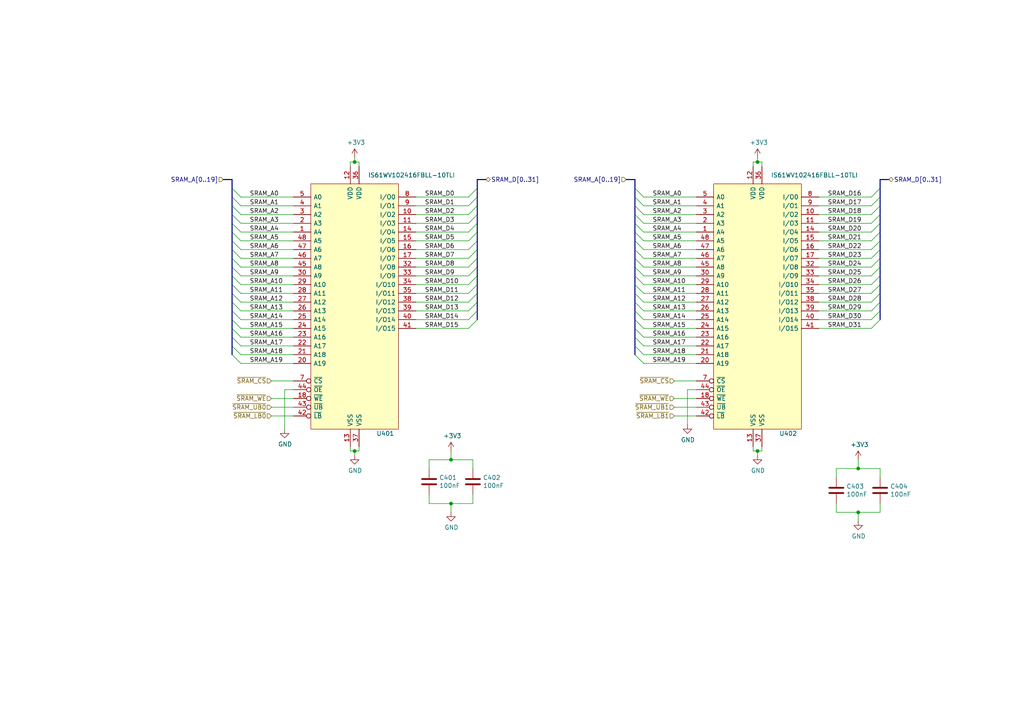
<source format=kicad_sch>
(kicad_sch (version 20211123) (generator eeschema)
  (paper "A4")
  (lib_symbols
    (symbol "Ddraig:IS61WV102416FBLL-10TLI" (pin_names (offset 0.762))
      (property "Reference" "U" (at 26.67 7.62 0))
      (property "Value" "IS61WV102416FBLL-10TLI" (at 26.67 5.08 0))
      (symbol "IS61WV102416FBLL-10TLI_0_0"
        (pin input line (at -17.78 20.32 0) (length 5.08) (name "A4") (number "1"))
        (pin bidirectional line (at 17.78 25.4 180) (length 5.08) (name "I/O2") (number "10"))
        (pin bidirectional line (at 17.78 22.86 180) (length 5.08) (name "I/O3") (number "11"))
        (pin power_in line (at -1.27 39.37 270) (length 5.08) (name "VDD") (number "12"))
        (pin power_in line (at -1.27 -41.91 90) (length 5.08) (name "VSS") (number "13"))
        (pin bidirectional line (at 17.78 20.32 180) (length 5.08) (name "I/O4") (number "14"))
        (pin bidirectional line (at 17.78 17.78 180) (length 5.08) (name "I/O5") (number "15"))
        (pin bidirectional line (at 17.78 15.24 180) (length 5.08) (name "I/O6") (number "16"))
        (pin bidirectional line (at 17.78 12.7 180) (length 5.08) (name "I/O7") (number "17"))
        (pin input inverted (at -17.78 -27.94 0) (length 5.08) (name "~{WE}") (number "18"))
        (pin no_connect line (at 17.78 -25.4 180) (length 5.08) hide (name "NC_2") (number "19"))
        (pin input line (at -17.78 22.86 0) (length 5.08) (name "A3") (number "2"))
        (pin input line (at -17.78 -17.78 0) (length 5.08) (name "A19") (number "20"))
        (pin input line (at -17.78 -15.24 0) (length 5.08) (name "A18") (number "21"))
        (pin input line (at -17.78 -12.7 0) (length 5.08) (name "A17") (number "22"))
        (pin input line (at -17.78 -10.16 0) (length 5.08) (name "A16") (number "23"))
        (pin input line (at -17.78 -7.62 0) (length 5.08) (name "A15") (number "24"))
        (pin input line (at -17.78 -5.08 0) (length 5.08) (name "A14") (number "25"))
        (pin input line (at -17.78 -2.54 0) (length 5.08) (name "A13") (number "26"))
        (pin input line (at -17.78 0 0) (length 5.08) (name "A12") (number "27"))
        (pin input line (at -17.78 2.54 0) (length 5.08) (name "A11") (number "28"))
        (pin input line (at -17.78 5.08 0) (length 5.08) (name "A10") (number "29"))
        (pin input line (at -17.78 25.4 0) (length 5.08) (name "A2") (number "3"))
        (pin input line (at -17.78 7.62 0) (length 5.08) (name "A9") (number "30"))
        (pin no_connect line (at 17.78 -27.94 180) (length 5.08) hide (name "NC_3") (number "31"))
        (pin bidirectional line (at 17.78 10.16 180) (length 5.08) (name "I/O8") (number "32"))
        (pin bidirectional line (at 17.78 7.62 180) (length 5.08) (name "I/O9") (number "33"))
        (pin bidirectional line (at 17.78 5.08 180) (length 5.08) (name "I/O10") (number "34"))
        (pin bidirectional line (at 17.78 2.54 180) (length 5.08) (name "I/O11") (number "35"))
        (pin power_in line (at 1.27 39.37 270) (length 5.08) (name "VDD") (number "36"))
        (pin power_in line (at 1.27 -41.91 90) (length 5.08) (name "VSS") (number "37"))
        (pin bidirectional line (at 17.78 0 180) (length 5.08) (name "I/O12") (number "38"))
        (pin bidirectional line (at 17.78 -2.54 180) (length 5.08) (name "I/O13") (number "39"))
        (pin input line (at -17.78 27.94 0) (length 5.08) (name "A1") (number "4"))
        (pin bidirectional line (at 17.78 -5.08 180) (length 5.08) (name "I/O14") (number "40"))
        (pin bidirectional line (at 17.78 -7.62 180) (length 5.08) (name "I/O15") (number "41"))
        (pin input inverted (at -17.78 -33.02 0) (length 5.08) (name "~{LB}") (number "42"))
        (pin input inverted (at -17.78 -30.48 0) (length 5.08) (name "~{UB}") (number "43"))
        (pin input inverted (at -17.78 -25.4 0) (length 5.08) (name "~{OE}") (number "44"))
        (pin input line (at -17.78 10.16 0) (length 5.08) (name "A8") (number "45"))
        (pin input line (at -17.78 12.7 0) (length 5.08) (name "A7") (number "46"))
        (pin input line (at -17.78 15.24 0) (length 5.08) (name "A6") (number "47"))
        (pin input line (at -17.78 17.78 0) (length 5.08) (name "A5") (number "48"))
        (pin input line (at -17.78 30.48 0) (length 5.08) (name "A0") (number "5"))
        (pin no_connect line (at 17.78 -22.86 180) (length 5.08) hide (name "NC_1") (number "6"))
        (pin input inverted (at -17.78 -22.86 0) (length 5.08) (name "~{CS}") (number "7"))
        (pin bidirectional line (at 17.78 30.48 180) (length 5.08) (name "I/O0") (number "8"))
        (pin bidirectional line (at 17.78 27.94 180) (length 5.08) (name "I/O1") (number "9"))
      )
      (symbol "IS61WV102416FBLL-10TLI_0_1"
        (rectangle (start -12.7 34.29) (end 12.7 -36.83) (fill (type background)))
      )
    )
    (symbol "Device:C" (pin_numbers hide) (pin_names (offset 0.254))
      (property "Reference" "C" (at 0.635 2.54 0))
      (property "Value" "C" (at 0.635 -2.54 0))
      (symbol "C_0_1"
        (polyline (pts (xy -2.032 -0.762) (xy 2.032 -0.762)) (stroke (width 0.508)))
        (polyline (pts (xy -2.032 0.762) (xy 2.032 0.762)) (stroke (width 0.508)))
      )
      (symbol "C_1_1"
        (pin passive line (at 0 3.81 270) (length 2.794) (name "~") (number "1"))
        (pin passive line (at 0 -3.81 90) (length 2.794) (name "~") (number "2"))
      )
    )
    (symbol "power:+3.3V" (power) (pin_names (offset 0))
      (property "Value" "+3.3V" (at 0 3.556 0))
      (symbol "+3.3V_0_1"
        (polyline (pts (xy -0.762 1.27) (xy 0 2.54)))
        (polyline (pts (xy 0 0) (xy 0 2.54)))
        (polyline (pts (xy 0 2.54) (xy 0.762 1.27)))
      )
      (symbol "+3.3V_1_1"
        (pin power_in line (at 0 0 90) (length 0) hide (name "+3V3") (number "1"))
      )
    )
    (symbol "power:+3V3" (power) (pin_names (offset 0))
      (property "Value" "+3V3" (at 0 3.556 0))
      (symbol "+3V3_0_1"
        (polyline (pts (xy -0.762 1.27) (xy 0 2.54)))
        (polyline (pts (xy 0 0) (xy 0 2.54)))
        (polyline (pts (xy 0 2.54) (xy 0.762 1.27)))
      )
      (symbol "+3V3_1_1"
        (pin power_in line (at 0 0 90) (length 0) hide (name "+3V3") (number "1"))
      )
    )
    (symbol "power:GND" (power) (pin_names (offset 0))
      (property "Value" "GND" (at 0 -3.81 0))
      (symbol "GND_0_1"
        (polyline (pts (xy 0 0) (xy 0 -1.27) (xy 1.27 -1.27) (xy 0 -2.54) (xy -1.27 -1.27) (xy 0 -1.27)))
      )
      (symbol "GND_1_1"
        (pin power_in line (at 0 0 270) (length 0) hide (name "GND") (number "1"))
      )
    )
  )
  (junction (at 248.92 135.89))
  (junction (at 219.71 130.81))
  (junction (at 219.71 46.99))
  (junction (at 130.81 133.35))
  (junction (at 102.87 130.81))
  (junction (at 248.92 148.59))
  (junction (at 130.81 146.05))
  (junction (at 102.87 46.99))
  (bus_entry (at 67.31 90.17) (size 2.54 2.54))
  (bus_entry (at 255.27 54.61) (size -2.54 2.54))
  (bus_entry (at 138.43 67.31) (size -2.54 2.54))
  (bus_entry (at 138.43 87.63) (size -2.54 2.54))
  (bus_entry (at 138.43 80.01) (size -2.54 2.54))
  (bus_entry (at 138.43 54.61) (size -2.54 2.54))
  (bus_entry (at 138.43 92.71) (size -2.54 2.54))
  (bus_entry (at 184.15 72.39) (size 2.54 2.54))
  (bus_entry (at 184.15 90.17) (size 2.54 2.54))
  (bus_entry (at 255.27 92.71) (size -2.54 2.54))
  (bus_entry (at 255.27 64.77) (size -2.54 2.54))
  (bus_entry (at 184.15 95.25) (size 2.54 2.54))
  (bus_entry (at 138.43 57.15) (size -2.54 2.54))
  (bus_entry (at 67.31 69.85) (size 2.54 2.54))
  (bus_entry (at 67.31 87.63) (size 2.54 2.54))
  (bus_entry (at 67.31 54.61) (size 2.54 2.54))
  (bus_entry (at 184.15 57.15) (size 2.54 2.54))
  (bus_entry (at 184.15 59.69) (size 2.54 2.54))
  (bus_entry (at 184.15 74.93) (size 2.54 2.54))
  (bus_entry (at 184.15 97.79) (size 2.54 2.54))
  (bus_entry (at 67.31 85.09) (size 2.54 2.54))
  (bus_entry (at 184.15 67.31) (size 2.54 2.54))
  (bus_entry (at 184.15 87.63) (size 2.54 2.54))
  (bus_entry (at 138.43 62.23) (size -2.54 2.54))
  (bus_entry (at 184.15 80.01) (size 2.54 2.54))
  (bus_entry (at 67.31 80.01) (size 2.54 2.54))
  (bus_entry (at 184.15 69.85) (size 2.54 2.54))
  (bus_entry (at 184.15 82.55) (size 2.54 2.54))
  (bus_entry (at 184.15 100.33) (size 2.54 2.54))
  (bus_entry (at 67.31 57.15) (size 2.54 2.54))
  (bus_entry (at 255.27 67.31) (size -2.54 2.54))
  (bus_entry (at 67.31 77.47) (size 2.54 2.54))
  (bus_entry (at 138.43 90.17) (size -2.54 2.54))
  (bus_entry (at 67.31 97.79) (size 2.54 2.54))
  (bus_entry (at 255.27 74.93) (size -2.54 2.54))
  (bus_entry (at 67.31 74.93) (size 2.54 2.54))
  (bus_entry (at 67.31 64.77) (size 2.54 2.54))
  (bus_entry (at 255.27 87.63) (size -2.54 2.54))
  (bus_entry (at 138.43 77.47) (size -2.54 2.54))
  (bus_entry (at 67.31 102.87) (size 2.54 2.54))
  (bus_entry (at 255.27 85.09) (size -2.54 2.54))
  (bus_entry (at 184.15 85.09) (size 2.54 2.54))
  (bus_entry (at 255.27 82.55) (size -2.54 2.54))
  (bus_entry (at 67.31 59.69) (size 2.54 2.54))
  (bus_entry (at 255.27 57.15) (size -2.54 2.54))
  (bus_entry (at 138.43 72.39) (size -2.54 2.54))
  (bus_entry (at 67.31 92.71) (size 2.54 2.54))
  (bus_entry (at 67.31 82.55) (size 2.54 2.54))
  (bus_entry (at 67.31 62.23) (size 2.54 2.54))
  (bus_entry (at 67.31 67.31) (size 2.54 2.54))
  (bus_entry (at 184.15 77.47) (size 2.54 2.54))
  (bus_entry (at 138.43 64.77) (size -2.54 2.54))
  (bus_entry (at 138.43 59.69) (size -2.54 2.54))
  (bus_entry (at 184.15 54.61) (size 2.54 2.54))
  (bus_entry (at 255.27 90.17) (size -2.54 2.54))
  (bus_entry (at 184.15 102.87) (size 2.54 2.54))
  (bus_entry (at 184.15 64.77) (size 2.54 2.54))
  (bus_entry (at 138.43 85.09) (size -2.54 2.54))
  (bus_entry (at 67.31 95.25) (size 2.54 2.54))
  (bus_entry (at 138.43 69.85) (size -2.54 2.54))
  (bus_entry (at 67.31 100.33) (size 2.54 2.54))
  (bus_entry (at 255.27 59.69) (size -2.54 2.54))
  (bus_entry (at 138.43 82.55) (size -2.54 2.54))
  (bus_entry (at 138.43 74.93) (size -2.54 2.54))
  (bus_entry (at 184.15 92.71) (size 2.54 2.54))
  (bus_entry (at 67.31 72.39) (size 2.54 2.54))
  (bus_entry (at 255.27 77.47) (size -2.54 2.54))
  (bus_entry (at 255.27 72.39) (size -2.54 2.54))
  (bus_entry (at 255.27 69.85) (size -2.54 2.54))
  (bus_entry (at 255.27 80.01) (size -2.54 2.54))
  (bus_entry (at 184.15 62.23) (size 2.54 2.54))
  (bus_entry (at 255.27 62.23) (size -2.54 2.54))
  (wire (pts (xy 137.16 135.89) (xy 137.16 133.35)))
  (wire (pts (xy 242.57 148.59) (xy 248.92 148.59)))
  (bus (pts (xy 184.15 57.15) (xy 184.15 59.69)))
  (bus (pts (xy 255.27 54.61) (xy 255.27 57.15)))
  (bus (pts (xy 184.15 62.23) (xy 184.15 64.77)))
  (wire (pts (xy 201.93 113.03) (xy 199.39 113.03)))
  (wire (pts (xy 201.93 118.11) (xy 195.58 118.11)))
  (bus (pts (xy 184.15 92.71) (xy 184.15 95.25)))
  (bus (pts (xy 255.27 57.15) (xy 255.27 59.69)))
  (wire (pts (xy 237.49 59.69) (xy 252.73 59.69)))
  (wire (pts (xy 120.65 72.39) (xy 135.89 72.39)))
  (wire (pts (xy 201.93 92.71) (xy 186.69 92.71)))
  (bus (pts (xy 184.15 97.79) (xy 184.15 100.33)))
  (wire (pts (xy 85.09 92.71) (xy 69.85 92.71)))
  (bus (pts (xy 255.27 59.69) (xy 255.27 62.23)))
  (wire (pts (xy 248.92 133.35) (xy 248.92 135.89)))
  (bus (pts (xy 255.27 64.77) (xy 255.27 67.31)))
  (wire (pts (xy 120.65 77.47) (xy 135.89 77.47)))
  (bus (pts (xy 184.15 52.07) (xy 184.15 54.61)))
  (wire (pts (xy 85.09 120.65) (xy 78.74 120.65)))
  (bus (pts (xy 67.31 52.07) (xy 67.31 54.61)))
  (bus (pts (xy 184.15 74.93) (xy 184.15 77.47)))
  (wire (pts (xy 255.27 146.05) (xy 255.27 148.59)))
  (bus (pts (xy 255.27 82.55) (xy 255.27 85.09)))
  (wire (pts (xy 120.65 69.85) (xy 135.89 69.85)))
  (bus (pts (xy 67.31 67.31) (xy 67.31 69.85)))
  (bus (pts (xy 255.27 62.23) (xy 255.27 64.77)))
  (bus (pts (xy 138.43 74.93) (xy 138.43 77.47)))
  (wire (pts (xy 104.14 46.99) (xy 104.14 48.26)))
  (wire (pts (xy 130.81 146.05) (xy 137.16 146.05)))
  (bus (pts (xy 138.43 87.63) (xy 138.43 90.17)))
  (wire (pts (xy 201.93 64.77) (xy 186.69 64.77)))
  (wire (pts (xy 101.6 130.81) (xy 102.87 130.81)))
  (wire (pts (xy 120.65 64.77) (xy 135.89 64.77)))
  (wire (pts (xy 85.09 110.49) (xy 78.74 110.49)))
  (bus (pts (xy 67.31 85.09) (xy 67.31 87.63)))
  (wire (pts (xy 201.93 69.85) (xy 186.69 69.85)))
  (bus (pts (xy 138.43 67.31) (xy 138.43 69.85)))
  (wire (pts (xy 237.49 82.55) (xy 252.73 82.55)))
  (wire (pts (xy 201.93 72.39) (xy 186.69 72.39)))
  (wire (pts (xy 85.09 62.23) (xy 69.85 62.23)))
  (wire (pts (xy 137.16 133.35) (xy 130.81 133.35)))
  (bus (pts (xy 138.43 52.07) (xy 138.43 54.61)))
  (wire (pts (xy 85.09 77.47) (xy 69.85 77.47)))
  (bus (pts (xy 255.27 77.47) (xy 255.27 80.01)))
  (wire (pts (xy 201.93 57.15) (xy 186.69 57.15)))
  (wire (pts (xy 220.98 130.81) (xy 220.98 129.54)))
  (wire (pts (xy 201.93 80.01) (xy 186.69 80.01)))
  (wire (pts (xy 120.65 92.71) (xy 135.89 92.71)))
  (bus (pts (xy 67.31 95.25) (xy 67.31 97.79)))
  (bus (pts (xy 184.15 82.55) (xy 184.15 85.09)))
  (bus (pts (xy 184.15 59.69) (xy 184.15 62.23)))
  (wire (pts (xy 201.93 77.47) (xy 186.69 77.47)))
  (wire (pts (xy 219.71 45.72) (xy 219.71 46.99)))
  (wire (pts (xy 102.87 45.72) (xy 102.87 46.99)))
  (wire (pts (xy 104.14 130.81) (xy 104.14 129.54)))
  (bus (pts (xy 184.15 72.39) (xy 184.15 74.93)))
  (wire (pts (xy 101.6 129.54) (xy 101.6 130.81)))
  (bus (pts (xy 138.43 77.47) (xy 138.43 80.01)))
  (wire (pts (xy 199.39 113.03) (xy 199.39 123.19)))
  (bus (pts (xy 184.15 100.33) (xy 184.15 102.87)))
  (wire (pts (xy 201.93 87.63) (xy 186.69 87.63)))
  (wire (pts (xy 120.65 95.25) (xy 135.89 95.25)))
  (bus (pts (xy 255.27 74.93) (xy 255.27 77.47)))
  (wire (pts (xy 242.57 146.05) (xy 242.57 148.59)))
  (bus (pts (xy 67.31 64.77) (xy 67.31 67.31)))
  (bus (pts (xy 67.31 87.63) (xy 67.31 90.17)))
  (bus (pts (xy 255.27 69.85) (xy 255.27 72.39)))
  (bus (pts (xy 184.15 67.31) (xy 184.15 69.85)))
  (bus (pts (xy 184.15 52.07) (xy 181.61 52.07)))
  (bus (pts (xy 138.43 82.55) (xy 138.43 85.09)))
  (bus (pts (xy 67.31 59.69) (xy 67.31 62.23)))
  (wire (pts (xy 124.46 146.05) (xy 130.81 146.05)))
  (wire (pts (xy 85.09 80.01) (xy 69.85 80.01)))
  (bus (pts (xy 184.15 90.17) (xy 184.15 92.71)))
  (bus (pts (xy 67.31 100.33) (xy 67.31 102.87)))
  (wire (pts (xy 219.71 46.99) (xy 220.98 46.99)))
  (wire (pts (xy 120.65 67.31) (xy 135.89 67.31)))
  (wire (pts (xy 248.92 151.13) (xy 248.92 148.59)))
  (wire (pts (xy 85.09 82.55) (xy 69.85 82.55)))
  (bus (pts (xy 67.31 74.93) (xy 67.31 77.47)))
  (wire (pts (xy 237.49 67.31) (xy 252.73 67.31)))
  (wire (pts (xy 85.09 102.87) (xy 69.85 102.87)))
  (bus (pts (xy 67.31 62.23) (xy 67.31 64.77)))
  (wire (pts (xy 248.92 135.89) (xy 242.57 135.89)))
  (wire (pts (xy 120.65 90.17) (xy 135.89 90.17)))
  (wire (pts (xy 130.81 130.81) (xy 130.81 133.35)))
  (wire (pts (xy 85.09 115.57) (xy 78.74 115.57)))
  (wire (pts (xy 218.44 46.99) (xy 219.71 46.99)))
  (wire (pts (xy 85.09 87.63) (xy 69.85 87.63)))
  (bus (pts (xy 67.31 90.17) (xy 67.31 92.71)))
  (bus (pts (xy 67.31 77.47) (xy 67.31 80.01)))
  (wire (pts (xy 124.46 143.51) (xy 124.46 146.05)))
  (bus (pts (xy 67.31 69.85) (xy 67.31 72.39)))
  (wire (pts (xy 120.65 85.09) (xy 135.89 85.09)))
  (wire (pts (xy 102.87 46.99) (xy 104.14 46.99)))
  (wire (pts (xy 237.49 95.25) (xy 252.73 95.25)))
  (wire (pts (xy 201.93 74.93) (xy 186.69 74.93)))
  (wire (pts (xy 219.71 132.08) (xy 219.71 130.81)))
  (bus (pts (xy 138.43 57.15) (xy 138.43 59.69)))
  (wire (pts (xy 201.93 102.87) (xy 186.69 102.87)))
  (wire (pts (xy 201.93 100.33) (xy 186.69 100.33)))
  (wire (pts (xy 124.46 135.89) (xy 124.46 133.35)))
  (bus (pts (xy 67.31 82.55) (xy 67.31 85.09)))
  (wire (pts (xy 85.09 67.31) (xy 69.85 67.31)))
  (bus (pts (xy 138.43 54.61) (xy 138.43 57.15)))
  (wire (pts (xy 237.49 85.09) (xy 252.73 85.09)))
  (bus (pts (xy 138.43 64.77) (xy 138.43 67.31)))
  (wire (pts (xy 120.65 57.15) (xy 135.89 57.15)))
  (wire (pts (xy 237.49 90.17) (xy 252.73 90.17)))
  (wire (pts (xy 82.55 124.46) (xy 82.55 113.03)))
  (bus (pts (xy 255.27 67.31) (xy 255.27 69.85)))
  (wire (pts (xy 102.87 132.08) (xy 102.87 130.81)))
  (wire (pts (xy 120.65 82.55) (xy 135.89 82.55)))
  (wire (pts (xy 255.27 138.43) (xy 255.27 135.89)))
  (wire (pts (xy 85.09 118.11) (xy 78.74 118.11)))
  (bus (pts (xy 67.31 80.01) (xy 67.31 82.55)))
  (wire (pts (xy 242.57 138.43) (xy 242.57 135.89)))
  (wire (pts (xy 237.49 77.47) (xy 252.73 77.47)))
  (bus (pts (xy 138.43 59.69) (xy 138.43 62.23)))
  (wire (pts (xy 237.49 64.77) (xy 252.73 64.77)))
  (bus (pts (xy 138.43 90.17) (xy 138.43 92.71)))
  (bus (pts (xy 184.15 87.63) (xy 184.15 90.17)))
  (wire (pts (xy 85.09 57.15) (xy 69.85 57.15)))
  (bus (pts (xy 67.31 54.61) (xy 67.31 57.15)))
  (bus (pts (xy 67.31 92.71) (xy 67.31 95.25)))
  (wire (pts (xy 85.09 64.77) (xy 69.85 64.77)))
  (wire (pts (xy 237.49 80.01) (xy 252.73 80.01)))
  (bus (pts (xy 255.27 52.07) (xy 255.27 54.61)))
  (wire (pts (xy 120.65 87.63) (xy 135.89 87.63)))
  (wire (pts (xy 201.93 59.69) (xy 186.69 59.69)))
  (wire (pts (xy 237.49 74.93) (xy 252.73 74.93)))
  (bus (pts (xy 255.27 72.39) (xy 255.27 74.93)))
  (wire (pts (xy 201.93 105.41) (xy 186.69 105.41)))
  (wire (pts (xy 85.09 95.25) (xy 69.85 95.25)))
  (bus (pts (xy 255.27 85.09) (xy 255.27 87.63)))
  (wire (pts (xy 201.93 120.65) (xy 195.58 120.65)))
  (wire (pts (xy 237.49 62.23) (xy 252.73 62.23)))
  (wire (pts (xy 218.44 48.26) (xy 218.44 46.99)))
  (wire (pts (xy 102.87 130.81) (xy 104.14 130.81)))
  (wire (pts (xy 201.93 95.25) (xy 186.69 95.25)))
  (bus (pts (xy 184.15 64.77) (xy 184.15 67.31)))
  (wire (pts (xy 201.93 110.49) (xy 195.58 110.49)))
  (bus (pts (xy 184.15 95.25) (xy 184.15 97.79)))
  (wire (pts (xy 220.98 46.99) (xy 220.98 48.26)))
  (wire (pts (xy 85.09 72.39) (xy 69.85 72.39)))
  (wire (pts (xy 237.49 92.71) (xy 252.73 92.71)))
  (bus (pts (xy 138.43 85.09) (xy 138.43 87.63)))
  (bus (pts (xy 138.43 72.39) (xy 138.43 74.93)))
  (wire (pts (xy 201.93 85.09) (xy 186.69 85.09)))
  (wire (pts (xy 201.93 62.23) (xy 186.69 62.23)))
  (bus (pts (xy 67.31 72.39) (xy 67.31 74.93)))
  (bus (pts (xy 255.27 87.63) (xy 255.27 90.17)))
  (wire (pts (xy 130.81 133.35) (xy 124.46 133.35)))
  (wire (pts (xy 219.71 130.81) (xy 220.98 130.81)))
  (bus (pts (xy 184.15 85.09) (xy 184.15 87.63)))
  (wire (pts (xy 85.09 90.17) (xy 69.85 90.17)))
  (bus (pts (xy 138.43 69.85) (xy 138.43 72.39)))
  (wire (pts (xy 82.55 113.03) (xy 85.09 113.03)))
  (bus (pts (xy 184.15 80.01) (xy 184.15 82.55)))
  (wire (pts (xy 85.09 97.79) (xy 69.85 97.79)))
  (bus (pts (xy 67.31 52.07) (xy 64.77 52.07)))
  (wire (pts (xy 85.09 74.93) (xy 69.85 74.93)))
  (bus (pts (xy 255.27 80.01) (xy 255.27 82.55)))
  (wire (pts (xy 237.49 87.63) (xy 252.73 87.63)))
  (wire (pts (xy 85.09 69.85) (xy 69.85 69.85)))
  (bus (pts (xy 184.15 77.47) (xy 184.15 80.01)))
  (bus (pts (xy 255.27 90.17) (xy 255.27 92.71)))
  (wire (pts (xy 201.93 97.79) (xy 186.69 97.79)))
  (wire (pts (xy 248.92 148.59) (xy 255.27 148.59)))
  (bus (pts (xy 138.43 80.01) (xy 138.43 82.55)))
  (bus (pts (xy 138.43 62.23) (xy 138.43 64.77)))
  (bus (pts (xy 255.27 52.07) (xy 257.81 52.07)))
  (wire (pts (xy 130.81 148.59) (xy 130.81 146.05)))
  (wire (pts (xy 120.65 59.69) (xy 135.89 59.69)))
  (wire (pts (xy 120.65 62.23) (xy 135.89 62.23)))
  (wire (pts (xy 201.93 90.17) (xy 186.69 90.17)))
  (wire (pts (xy 85.09 85.09) (xy 69.85 85.09)))
  (wire (pts (xy 218.44 129.54) (xy 218.44 130.81)))
  (wire (pts (xy 237.49 72.39) (xy 252.73 72.39)))
  (bus (pts (xy 67.31 97.79) (xy 67.31 100.33)))
  (wire (pts (xy 255.27 135.89) (xy 248.92 135.89)))
  (wire (pts (xy 237.49 69.85) (xy 252.73 69.85)))
  (wire (pts (xy 101.6 46.99) (xy 102.87 46.99)))
  (wire (pts (xy 201.93 82.55) (xy 186.69 82.55)))
  (bus (pts (xy 184.15 54.61) (xy 184.15 57.15)))
  (wire (pts (xy 101.6 48.26) (xy 101.6 46.99)))
  (bus (pts (xy 67.31 57.15) (xy 67.31 59.69)))
  (bus (pts (xy 184.15 69.85) (xy 184.15 72.39)))
  (bus (pts (xy 138.43 52.07) (xy 140.97 52.07)))
  (wire (pts (xy 137.16 143.51) (xy 137.16 146.05)))
  (wire (pts (xy 120.65 80.01) (xy 135.89 80.01)))
  (wire (pts (xy 201.93 115.57) (xy 195.58 115.57)))
  (wire (pts (xy 85.09 105.41) (xy 69.85 105.41)))
  (wire (pts (xy 85.09 59.69) (xy 69.85 59.69)))
  (wire (pts (xy 85.09 100.33) (xy 69.85 100.33)))
  (wire (pts (xy 218.44 130.81) (xy 219.71 130.81)))
  (wire (pts (xy 201.93 67.31) (xy 186.69 67.31)))
  (wire (pts (xy 120.65 74.93) (xy 135.89 74.93)))
  (wire (pts (xy 237.49 57.15) (xy 252.73 57.15)))
  (label "SRAM_A11" (at 189.23 85.09 0))
  (label "SRAM_A18" (at 189.23 102.87 0))
  (label "SRAM_D26" (at 240.03 82.55 0))
  (label "SRAM_A13" (at 189.23 90.17 0))
  (label "SRAM_D13" (at 123.19 90.17 0))
  (label "SRAM_D1" (at 123.19 59.69 0))
  (label "SRAM_D29" (at 240.03 90.17 0))
  (label "SRAM_D20" (at 240.03 67.31 0))
  (label "SRAM_A3" (at 189.23 64.77 0))
  (label "SRAM_D23" (at 240.03 74.93 0))
  (label "SRAM_D19" (at 240.03 64.77 0))
  (label "SRAM_A10" (at 189.23 82.55 0))
  (label "SRAM_A15" (at 72.39 95.25 0))
  (label "SRAM_A17" (at 72.39 100.33 0))
  (label "SRAM_D8" (at 123.19 77.47 0))
  (label "SRAM_D31" (at 240.03 95.25 0))
  (label "SRAM_D22" (at 240.03 72.39 0))
  (label "SRAM_A5" (at 189.23 69.85 0))
  (label "SRAM_A12" (at 72.39 87.63 0))
  (label "SRAM_A7" (at 189.23 74.93 0))
  (label "SRAM_A19" (at 189.23 105.41 0))
  (label "SRAM_A5" (at 72.39 69.85 0))
  (label "SRAM_A1" (at 189.23 59.69 0))
  (label "SRAM_D11" (at 123.19 85.09 0))
  (label "SRAM_D18" (at 240.03 62.23 0))
  (label "SRAM_D4" (at 123.19 67.31 0))
  (label "SRAM_D28" (at 240.03 87.63 0))
  (label "SRAM_D12" (at 123.19 87.63 0))
  (label "SRAM_A13" (at 72.39 90.17 0))
  (label "SRAM_D9" (at 123.19 80.01 0))
  (label "SRAM_A14" (at 189.23 92.71 0))
  (label "SRAM_D7" (at 123.19 74.93 0))
  (label "SRAM_A4" (at 72.39 67.31 0))
  (label "SRAM_A6" (at 189.23 72.39 0))
  (label "SRAM_D10" (at 123.19 82.55 0))
  (label "SRAM_A6" (at 72.39 72.39 0))
  (label "SRAM_A3" (at 72.39 64.77 0))
  (label "SRAM_A18" (at 72.39 102.87 0))
  (label "SRAM_A12" (at 189.23 87.63 0))
  (label "SRAM_A1" (at 72.39 59.69 0))
  (label "SRAM_A11" (at 72.39 85.09 0))
  (label "SRAM_D17" (at 240.03 59.69 0))
  (label "SRAM_D21" (at 240.03 69.85 0))
  (label "SRAM_A4" (at 189.23 67.31 0))
  (label "SRAM_A15" (at 189.23 95.25 0))
  (label "SRAM_A2" (at 189.23 62.23 0))
  (label "SRAM_D27" (at 240.03 85.09 0))
  (label "SRAM_D3" (at 123.19 64.77 0))
  (label "SRAM_D6" (at 123.19 72.39 0))
  (label "SRAM_A16" (at 72.39 97.79 0))
  (label "SRAM_A8" (at 189.23 77.47 0))
  (label "SRAM_A14" (at 72.39 92.71 0))
  (label "SRAM_A8" (at 72.39 77.47 0))
  (label "SRAM_A9" (at 72.39 80.01 0))
  (label "SRAM_D16" (at 240.03 57.15 0))
  (label "SRAM_D5" (at 123.19 69.85 0))
  (label "SRAM_A10" (at 72.39 82.55 0))
  (label "SRAM_D15" (at 123.19 95.25 0))
  (label "SRAM_A9" (at 189.23 80.01 0))
  (label "SRAM_A0" (at 189.23 57.15 0))
  (label "SRAM_A7" (at 72.39 74.93 0))
  (label "SRAM_A0" (at 72.39 57.15 0))
  (label "SRAM_D14" (at 123.19 92.71 0))
  (label "SRAM_A17" (at 189.23 100.33 0))
  (label "SRAM_A16" (at 189.23 97.79 0))
  (label "SRAM_D2" (at 123.19 62.23 0))
  (label "SRAM_D30" (at 240.03 92.71 0))
  (label "SRAM_A19" (at 72.39 105.41 0))
  (label "SRAM_A2" (at 72.39 62.23 0))
  (label "SRAM_D24" (at 240.03 77.47 0))
  (label "SRAM_D25" (at 240.03 80.01 0))
  (label "SRAM_D0" (at 123.19 57.15 0))
  (hierarchical_label "SRAM_D[0..31]" (shape bidirectional) (at 257.81 52.07 0))
  (hierarchical_label "~{SRAM_WE}" (shape input) (at 78.74 115.57 180))
  (hierarchical_label "SRAM_D[0..31]" (shape bidirectional) (at 140.97 52.07 0))
  (hierarchical_label "SRAM_A[0..19]" (shape input) (at 64.77 52.07 180))
  (hierarchical_label "~{SRAM_LB1}" (shape input) (at 195.58 120.65 180))
  (hierarchical_label "~{SRAM_UB1}" (shape input) (at 195.58 118.11 180))
  (hierarchical_label "~{SRAM_CS}" (shape input) (at 78.74 110.49 180))
  (hierarchical_label "~{SRAM_CS}" (shape input) (at 195.58 110.49 180))
  (hierarchical_label "~{SRAM_UB0}" (shape input) (at 78.74 118.11 180))
  (hierarchical_label "SRAM_A[0..19]" (shape input) (at 181.61 52.07 180))
  (hierarchical_label "~{SRAM_WE}" (shape input) (at 195.58 115.57 180))
  (hierarchical_label "~{SRAM_LB0}" (shape input) (at 78.74 120.65 180))
  (symbol (lib_id "Ddraig:IS61WV102416FBLL-10TLI") (at 102.87 87.63 0) (unit 1)
    (property "Reference" "U401" (at 111.76 125.73 0))
    (property "Value" "IS61WV102416FBLL-10TLI" (at 119.38 50.8 0))
    (property "Footprint" "Ddraig:SOP50P2000X120-48N" (effects hide))
    (property "Datasheet" "https://componentsearchengine.com//IS61WV102416FBLL-10TLI.pdf" (effects hide))
    (property "Description" "SRAM 16M (1Mx16) 10ns Async SRAM 3.3V" (effects hide))
    (property "Height" "1.2" (effects hide))
    (property "Manufacturer_Name" "Integrated Silicon Solution Inc." (effects hide))
    (property "Manufacturer_Part_Number" "IS61WV102416FBLL-10TLI" (effects hide))
    (property "Mouser Part Number" "870-61WV12416FBL1TLI" (effects hide))
    (property "Mouser Price/Stock" "https://www.mouser.co.uk/ProductDetail/ISSI/IS61WV102416FBLL-10TLI/?qs=HXFqYaX1Q2y%2F6qe553VRZQ%3D%3D" (effects hide))
  )
  (symbol (lib_id "power:+3.3V") (at 102.87 45.72 0) (unit 1)
    (property "Reference" "#PWR0401" (effects hide))
    (property "Value" "+3.3V" (at 103.251 41.3258 0))
  )
  (symbol (lib_id "power:GND") (at 102.87 132.08 0) (unit 1)
    (property "Reference" "#PWR0402" (effects hide))
    (property "Value" "GND" (at 102.997 136.4742 0))
  )
  (symbol (lib_id "Ddraig:IS61WV102416FBLL-10TLI") (at 219.71 87.63 0) (unit 1)
    (property "Reference" "U402" (at 228.6 125.73 0))
    (property "Value" "IS61WV102416FBLL-10TLI" (at 236.22 50.8 0))
    (property "Footprint" "Ddraig:SOP50P2000X120-48N" (effects hide))
    (property "Datasheet" "https://componentsearchengine.com//IS61WV102416FBLL-10TLI.pdf" (effects hide))
    (property "Description" "SRAM 16M (1Mx16) 10ns Async SRAM 3.3V" (effects hide))
    (property "Height" "1.2" (effects hide))
    (property "Manufacturer_Name" "Integrated Silicon Solution Inc." (effects hide))
    (property "Manufacturer_Part_Number" "IS61WV102416FBLL-10TLI" (effects hide))
    (property "Mouser Part Number" "870-61WV12416FBL1TLI" (effects hide))
    (property "Mouser Price/Stock" "https://www.mouser.co.uk/ProductDetail/ISSI/IS61WV102416FBLL-10TLI/?qs=HXFqYaX1Q2y%2F6qe553VRZQ%3D%3D" (effects hide))
  )
  (symbol (lib_id "power:+3.3V") (at 219.71 45.72 0) (unit 1)
    (property "Reference" "#PWR0405" (effects hide))
    (property "Value" "+3.3V" (at 220.091 41.3258 0))
  )
  (symbol (lib_id "power:GND") (at 219.71 132.08 0) (unit 1)
    (property "Reference" "#PWR0406" (effects hide))
    (property "Value" "GND" (at 219.837 136.4742 0))
  )
  (symbol (lib_id "power:GND") (at 82.55 124.46 0) (unit 1)
    (property "Reference" "#PWR0119" (effects hide))
    (property "Value" "GND" (at 82.677 128.8542 0))
  )
  (symbol (lib_id "power:GND") (at 199.39 123.19 0) (unit 1)
    (property "Reference" "#PWR0120" (effects hide))
    (property "Value" "GND" (at 199.517 127.5842 0))
  )
  (symbol (lib_id "Device:C") (at 137.16 139.7 0) (unit 1)
    (property "Reference" "C402" (at 140.081 138.5316 0) (effects (justify left)))
    (property "Value" "100nF" (at 140.081 140.843 0) (effects (justify left)))
    (property "Footprint" "Capacitor_SMD:C_0805_2012Metric" (effects hide))
  )
  (symbol (lib_id "power:GND") (at 130.81 148.59 0) (unit 1)
    (property "Reference" "#PWR0404" (effects hide))
    (property "Value" "GND" (at 130.937 152.9842 0))
  )
  (symbol (lib_id "Device:C") (at 124.46 139.7 0) (unit 1)
    (property "Reference" "C401" (at 127.381 138.5316 0) (effects (justify left)))
    (property "Value" "100nF" (at 127.381 140.843 0) (effects (justify left)))
    (property "Footprint" "Capacitor_SMD:C_0805_2012Metric" (effects hide))
  )
  (symbol (lib_id "power:+3V3") (at 130.81 130.81 0) (unit 1)
    (property "Reference" "#PWR0403" (effects hide))
    (property "Value" "+3V3" (at 131.191 126.4158 0))
  )
  (symbol (lib_id "Device:C") (at 255.27 142.24 0) (unit 1)
    (property "Reference" "C404" (at 258.191 141.0716 0) (effects (justify left)))
    (property "Value" "100nF" (at 258.191 143.383 0) (effects (justify left)))
    (property "Footprint" "Capacitor_SMD:C_0805_2012Metric" (effects hide))
  )
  (symbol (lib_id "power:GND") (at 248.92 151.13 0) (unit 1)
    (property "Reference" "#PWR0408" (effects hide))
    (property "Value" "GND" (at 249.047 155.5242 0))
  )
  (symbol (lib_id "Device:C") (at 242.57 142.24 0) (unit 1)
    (property "Reference" "C403" (at 245.491 141.0716 0) (effects (justify left)))
    (property "Value" "100nF" (at 245.491 143.383 0) (effects (justify left)))
    (property "Footprint" "Capacitor_SMD:C_0805_2012Metric" (effects hide))
  )
  (symbol (lib_id "power:+3V3") (at 248.92 133.35 0) (unit 1)
    (property "Reference" "#PWR0407" (effects hide))
    (property "Value" "+3V3" (at 249.301 128.9558 0))
  )
)
</source>
